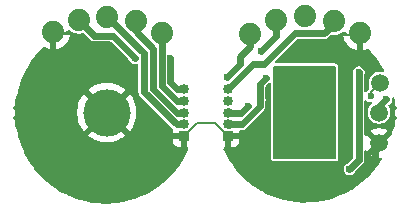
<source format=gbr>
%TF.GenerationSoftware,KiCad,Pcbnew,9.0.4*%
%TF.CreationDate,2025-12-16T21:44:14-08:00*%
%TF.ProjectId,Droplet,44726f70-6c65-4742-9e6b-696361645f70,rev?*%
%TF.SameCoordinates,Original*%
%TF.FileFunction,Copper,L2,Bot*%
%TF.FilePolarity,Positive*%
%FSLAX46Y46*%
G04 Gerber Fmt 4.6, Leading zero omitted, Abs format (unit mm)*
G04 Created by KiCad (PCBNEW 9.0.4) date 2025-12-16 21:44:14*
%MOMM*%
%LPD*%
G01*
G04 APERTURE LIST*
%TA.AperFunction,Conductor*%
%ADD10C,0.200000*%
%TD*%
%TA.AperFunction,SMDPad,CuDef*%
%ADD11C,4.000000*%
%TD*%
%TA.AperFunction,ComponentPad*%
%ADD12R,0.850000X0.850000*%
%TD*%
%TA.AperFunction,ComponentPad*%
%ADD13C,0.850000*%
%TD*%
%TA.AperFunction,CastellatedPad*%
%ADD14C,1.879600*%
%TD*%
%TA.AperFunction,SMDPad,CuDef*%
%ADD15C,1.500000*%
%TD*%
%TA.AperFunction,ViaPad*%
%ADD16C,0.600000*%
%TD*%
%TA.AperFunction,Conductor*%
%ADD17C,0.558800*%
%TD*%
%TA.AperFunction,Conductor*%
%ADD18C,0.152400*%
%TD*%
G04 APERTURE END LIST*
%TO.N,GND*%
D10*
X115750000Y-30550000D02*
X120850000Y-30550000D01*
X120850000Y-38250000D01*
X115750000Y-38250000D01*
X115750000Y-30550000D01*
%TA.AperFunction,Conductor*%
G36*
X115750000Y-30550000D02*
G01*
X120850000Y-30550000D01*
X120850000Y-38250000D01*
X115750000Y-38250000D01*
X115750000Y-30550000D01*
G37*
%TD.AperFunction*%
%TD*%
D11*
%TO.P,TP2,1,1*%
%TO.N,GND*%
X118300000Y-34400000D03*
%TD*%
D12*
%TO.P,J2,1,Pin_1*%
%TO.N,VBATT*%
X111832825Y-36417001D03*
D13*
%TO.P,J2,2,Pin_2*%
%TO.N,/PA6*%
X111832825Y-35417001D03*
%TO.P,J2,3,Pin_3*%
%TO.N,/PA7*%
X111832825Y-34417001D03*
%TO.P,J2,4,Pin_4*%
%TO.N,/PA1*%
X111832825Y-33417001D03*
%TO.P,J2,5,Pin_5*%
%TO.N,/PA2*%
X111832825Y-32417001D03*
%TD*%
D14*
%TO.P,J8,1,Pin_1*%
%TO.N,/PA2*%
X99200000Y-26600000D03*
%TD*%
%TO.P,J10,1,Pin_1*%
%TO.N,/PA7*%
X104000000Y-26700000D03*
%TD*%
%TO.P,J12,1,Pin_1*%
%TO.N,VBATT*%
X97000000Y-27600000D03*
%TD*%
%TO.P,J11,1,Pin_1*%
%TO.N,/PA6*%
X101600000Y-26300000D03*
%TD*%
%TO.P,J4,1,Pin_1*%
%TO.N,/PA7*%
X115900000Y-26600000D03*
%TD*%
%TO.P,J5,1,Pin_1*%
%TO.N,/PA1*%
X113700000Y-27800000D03*
%TD*%
%TO.P,J6,1,Pin_1*%
%TO.N,/PA2*%
X120800000Y-26700000D03*
%TD*%
%TO.P,J7,1,Pin_1*%
%TO.N,VBATT*%
X123000000Y-27700000D03*
%TD*%
%TO.P,J9,1,Pin_1*%
%TO.N,/PA1*%
X106200000Y-27700000D03*
%TD*%
%TO.P,J3,1,Pin_1*%
%TO.N,/PA6*%
X118338600Y-26250000D03*
%TD*%
D12*
%TO.P,J1,1,Pin_1*%
%TO.N,VBATT*%
X108077000Y-36417000D03*
D13*
%TO.P,J1,2,Pin_2*%
%TO.N,/PA6*%
X108077000Y-35417000D03*
%TO.P,J1,3,Pin_3*%
%TO.N,/PA7*%
X108077000Y-34417000D03*
%TO.P,J1,4,Pin_4*%
%TO.N,/PA1*%
X108077000Y-33417000D03*
%TO.P,J1,5,Pin_5*%
%TO.N,/PA2*%
X108077000Y-32417000D03*
%TD*%
D11*
%TO.P,TP1,1,1*%
%TO.N,VBATT*%
X101549200Y-34417000D03*
%TD*%
D15*
%TO.P,TP4,1,1*%
%TO.N,GND*%
X124612400Y-34417000D03*
%TD*%
%TO.P,TP5,1,1*%
%TO.N,VBATT*%
X124612400Y-36982400D03*
%TD*%
%TO.P,TP3,1,1*%
%TO.N,/PA0*%
X124663200Y-31902400D03*
%TD*%
D16*
%TO.N,GND*%
X119300000Y-32000000D03*
X120600000Y-31252498D03*
X125200000Y-33300000D03*
%TO.N,VBATT*%
X117200000Y-38900000D03*
%TO.N,/PA2*%
X114900000Y-30300000D03*
%TO.N,/PA6*%
X114503200Y-33300000D03*
%TO.N,/PA7*%
X113477636Y-33877636D03*
X114600000Y-29200000D03*
%TO.N,/PA1*%
X111728840Y-31398789D03*
%TO.N,VBATT*%
X96977200Y-39776400D03*
X97790000Y-33401000D03*
X101854000Y-39370000D03*
X120400000Y-39600000D03*
X106984800Y-37998400D03*
X105968800Y-39776400D03*
X124293215Y-38654003D03*
X97790000Y-36195000D03*
X99263200Y-31191200D03*
X120532324Y-29639998D03*
X94996000Y-34290000D03*
X99263200Y-37744400D03*
X98500000Y-28900000D03*
%TO.N,GND*%
X122881825Y-31013400D03*
X122100000Y-39200000D03*
%TO.N,/PA6*%
X115000000Y-31500000D03*
%TO.N,/PA2*%
X106929400Y-29800000D03*
X103970600Y-29815764D03*
%TO.N,/PA0*%
X123901200Y-33020000D03*
%TD*%
D10*
%TO.N,GND*%
X119903768Y-34400000D02*
X119910384Y-34406616D01*
X118300000Y-34400000D02*
X119903768Y-34400000D01*
D17*
%TO.N,VBATT*%
X120532324Y-29639998D02*
X120560002Y-29639998D01*
X122361600Y-27838400D02*
X123164600Y-27838400D01*
%TO.N,GND*%
X124612400Y-33887600D02*
X125200000Y-33300000D01*
X124612400Y-34417000D02*
X124612400Y-33887600D01*
%TO.N,/PA2*%
X114900000Y-30300000D02*
X113949826Y-30300000D01*
X113949826Y-30300000D02*
X111832825Y-32417001D01*
X120751600Y-26873200D02*
X119924800Y-27700000D01*
X119924800Y-27700000D02*
X117500000Y-27700000D01*
X117500000Y-27700000D02*
X114900000Y-30300000D01*
%TO.N,/PA6*%
X114503200Y-33883600D02*
X114503200Y-33300000D01*
%TO.N,/PA7*%
X113477636Y-33877636D02*
X112938271Y-34417001D01*
X112938271Y-34417001D02*
X111832825Y-34417001D01*
X111832825Y-34417000D02*
X111832825Y-34272401D01*
X115900000Y-26600000D02*
X115900000Y-27900000D01*
X115900000Y-27900000D02*
X114600000Y-29200000D01*
%TO.N,/PA1*%
X111728840Y-31398789D02*
X112800000Y-30327629D01*
X112800000Y-30327629D02*
X112800000Y-29700000D01*
X113700000Y-28800000D02*
X113700000Y-27800000D01*
X112800000Y-29700000D02*
X113700000Y-28800000D01*
%TO.N,VBATT*%
X120400000Y-39600000D02*
X120730400Y-39930400D01*
X124293215Y-37301585D02*
X124612400Y-36982400D01*
X124293215Y-38654003D02*
X124293215Y-37301585D01*
D18*
X109188000Y-35306000D02*
X110721824Y-35306000D01*
X111832825Y-36417001D02*
X110721824Y-35306000D01*
X108077000Y-36417000D02*
X109188000Y-35306000D01*
D17*
X120730400Y-39930400D02*
X122402542Y-39930400D01*
%TO.N,GND*%
X122881825Y-38418175D02*
X122100000Y-39200000D01*
X122881825Y-31013400D02*
X122881824Y-31013401D01*
X122881825Y-36942499D02*
X122881825Y-38418175D01*
X122881824Y-31013401D02*
X122881825Y-36942499D01*
X124587000Y-34391600D02*
X124612400Y-34417000D01*
%TO.N,/PA1*%
X107475960Y-33417000D02*
X108077000Y-33417000D01*
X106200000Y-32141040D02*
X107475960Y-33417000D01*
X106200000Y-27700000D02*
X106200000Y-32141040D01*
%TO.N,/PA7*%
X104000000Y-26700000D02*
X104000000Y-27509800D01*
X108077000Y-34417000D02*
X107472152Y-34417000D01*
X104000000Y-27509800D02*
X105490200Y-29000000D01*
X107472152Y-34417000D02*
X105490200Y-32435048D01*
X105490200Y-32435048D02*
X105490200Y-29000000D01*
%TO.N,/PA6*%
X104700000Y-29400000D02*
X104700000Y-32648656D01*
X112969799Y-35417001D02*
X114503200Y-33883600D01*
X104700000Y-32648656D02*
X107468344Y-35417000D01*
X111832825Y-35417001D02*
X112969799Y-35417001D01*
X107468344Y-35417000D02*
X108077000Y-35417000D01*
X111856733Y-35440909D02*
X111832825Y-35417001D01*
X101600000Y-26300000D02*
X104700000Y-29400000D01*
%TO.N,/PA2*%
X106929400Y-29970600D02*
X106909800Y-29990200D01*
X103800000Y-29645164D02*
X103800000Y-29600000D01*
X102100000Y-27900000D02*
X100500000Y-27900000D01*
X106909800Y-31847032D02*
X107479768Y-32417000D01*
X100500000Y-27900000D02*
X99200000Y-26600000D01*
X103800000Y-29600000D02*
X102100000Y-27900000D01*
X106929400Y-29800000D02*
X106929400Y-29970600D01*
X103970600Y-29815764D02*
X103800000Y-29645164D01*
X107479768Y-32417000D02*
X108077000Y-32417000D01*
X106909800Y-29990200D02*
X106909800Y-31847032D01*
D10*
%TO.N,/PA0*%
X123901200Y-33020000D02*
X123901200Y-32664400D01*
X123901200Y-32664400D02*
X124663200Y-31902400D01*
D17*
%TO.N,/PA6*%
X114503200Y-33300000D02*
X114503200Y-31996800D01*
X114503200Y-31996800D02*
X115000000Y-31500000D01*
%TD*%
%TA.AperFunction,Conductor*%
%TO.N,VBATT*%
G36*
X98427911Y-27440539D02*
G01*
X98457144Y-27469772D01*
X98602353Y-27575272D01*
X98762277Y-27656757D01*
X98762279Y-27656757D01*
X98762280Y-27656758D01*
X98762283Y-27656760D01*
X98932973Y-27712221D01*
X98932977Y-27712222D01*
X99110253Y-27740300D01*
X99110256Y-27740300D01*
X99289747Y-27740300D01*
X99467016Y-27712223D01*
X99467017Y-27712222D01*
X99467021Y-27712222D01*
X99535004Y-27690131D01*
X99596188Y-27690131D01*
X99635601Y-27714282D01*
X100205335Y-28284016D01*
X100205337Y-28284017D01*
X100205338Y-28284018D01*
X100205339Y-28284019D01*
X100314761Y-28347194D01*
X100314759Y-28347194D01*
X100314763Y-28347195D01*
X100314765Y-28347196D01*
X100436820Y-28379900D01*
X100563181Y-28379900D01*
X101860210Y-28379900D01*
X101918401Y-28398807D01*
X101930214Y-28408896D01*
X103345074Y-29823756D01*
X103360804Y-29844256D01*
X103373296Y-29865892D01*
X103415985Y-29939832D01*
X103521086Y-30044931D01*
X103536819Y-30065434D01*
X103570100Y-30123078D01*
X103663286Y-30216264D01*
X103663288Y-30216265D01*
X103663290Y-30216267D01*
X103777410Y-30282154D01*
X103777408Y-30282154D01*
X103777412Y-30282155D01*
X103777414Y-30282156D01*
X103904708Y-30316264D01*
X103904710Y-30316264D01*
X104036491Y-30316264D01*
X104036492Y-30316264D01*
X104095477Y-30300459D01*
X104156578Y-30303660D01*
X104204128Y-30342165D01*
X104220100Y-30396085D01*
X104220100Y-32585475D01*
X104220100Y-32711837D01*
X104247939Y-32815733D01*
X104252805Y-32833893D01*
X104252805Y-32833894D01*
X104315631Y-32942711D01*
X104315984Y-32943322D01*
X107140277Y-35767614D01*
X107168053Y-35822129D01*
X107163031Y-35872211D01*
X107158402Y-35884622D01*
X107152000Y-35944175D01*
X107152000Y-36166999D01*
X107152001Y-36167000D01*
X107978000Y-36167000D01*
X108005612Y-36175971D01*
X107935386Y-36205060D01*
X107865060Y-36275386D01*
X107827000Y-36367272D01*
X107827000Y-36466728D01*
X107865060Y-36558614D01*
X107935386Y-36628940D01*
X108027272Y-36667000D01*
X108126728Y-36667000D01*
X108218614Y-36628940D01*
X108288940Y-36558614D01*
X108320313Y-36482871D01*
X108322155Y-36485407D01*
X108327000Y-36516000D01*
X108327000Y-37341999D01*
X108327001Y-37342000D01*
X108360182Y-37342000D01*
X108382232Y-37349164D01*
X108405128Y-37352791D01*
X108410775Y-37358438D01*
X108418373Y-37360907D01*
X108432001Y-37379665D01*
X108448392Y-37396056D01*
X108449641Y-37403943D01*
X108454337Y-37410407D01*
X108457963Y-37456488D01*
X108443621Y-37547034D01*
X108435563Y-37573388D01*
X108260351Y-37949100D01*
X108257231Y-37955226D01*
X108003479Y-38413363D01*
X107999942Y-38419257D01*
X107715002Y-38858690D01*
X107711064Y-38864324D01*
X107396323Y-39282916D01*
X107392003Y-39288264D01*
X107048974Y-39684002D01*
X107044294Y-39689037D01*
X106674619Y-40060026D01*
X106669600Y-40064724D01*
X106275091Y-40409149D01*
X106269759Y-40413488D01*
X105852276Y-40729721D01*
X105846655Y-40733679D01*
X105408246Y-41020170D01*
X105402365Y-41023728D01*
X104945130Y-41279106D01*
X104939015Y-41282248D01*
X104465165Y-41505277D01*
X104458848Y-41507987D01*
X103970651Y-41697600D01*
X103964160Y-41699865D01*
X103463989Y-41855140D01*
X103457357Y-41856949D01*
X102947608Y-41977142D01*
X102940866Y-41978486D01*
X102424015Y-42063012D01*
X102417197Y-42063885D01*
X101895726Y-42112340D01*
X101888863Y-42112738D01*
X101365288Y-42124889D01*
X101358414Y-42124810D01*
X100835252Y-42100596D01*
X100828400Y-42100040D01*
X100308182Y-42039580D01*
X100301385Y-42038550D01*
X99786610Y-41942134D01*
X99779901Y-41940634D01*
X99273071Y-41808729D01*
X99266483Y-41806768D01*
X99018251Y-41723388D01*
X98770011Y-41640005D01*
X98763591Y-41637597D01*
X98444872Y-41505277D01*
X98279896Y-41436785D01*
X98273643Y-41433931D01*
X97805049Y-41200036D01*
X97799008Y-41196754D01*
X97347778Y-40930906D01*
X97341980Y-40927213D01*
X96910284Y-40630691D01*
X96904756Y-40626604D01*
X96494688Y-40300846D01*
X96489457Y-40296386D01*
X96102972Y-39942946D01*
X96098064Y-39938134D01*
X95737050Y-39558738D01*
X95732487Y-39553596D01*
X95398660Y-39150047D01*
X95394473Y-39144613D01*
X95089451Y-38718866D01*
X95085645Y-38713143D01*
X94810917Y-38267274D01*
X94807516Y-38261300D01*
X94564385Y-37797430D01*
X94561407Y-37791234D01*
X94508900Y-37671513D01*
X94351046Y-37311592D01*
X94348518Y-37305235D01*
X94171953Y-36812165D01*
X94169864Y-36805624D01*
X94130839Y-36667000D01*
X94074460Y-36466728D01*
X94045004Y-36362094D01*
X94043722Y-36352811D01*
X99966942Y-36352811D01*
X100100241Y-36459114D01*
X100337998Y-36608507D01*
X100590982Y-36730337D01*
X100590985Y-36730338D01*
X100856017Y-36823077D01*
X101129776Y-36885561D01*
X101408801Y-36916999D01*
X101408804Y-36917000D01*
X101689596Y-36917000D01*
X101689598Y-36916999D01*
X101930787Y-36889824D01*
X107151999Y-36889824D01*
X107158401Y-36949370D01*
X107158403Y-36949381D01*
X107208646Y-37084088D01*
X107208647Y-37084090D01*
X107294807Y-37199184D01*
X107294815Y-37199192D01*
X107409909Y-37285352D01*
X107409911Y-37285353D01*
X107544618Y-37335596D01*
X107544629Y-37335598D01*
X107604176Y-37342000D01*
X107826999Y-37342000D01*
X107827000Y-37341999D01*
X107827000Y-36667001D01*
X107826999Y-36667000D01*
X107152001Y-36667000D01*
X107152000Y-36667001D01*
X107152000Y-36889824D01*
X107151999Y-36889824D01*
X101930787Y-36889824D01*
X101968623Y-36885561D01*
X102242382Y-36823077D01*
X102507414Y-36730338D01*
X102507417Y-36730337D01*
X102760401Y-36608507D01*
X102865981Y-36542167D01*
X102998158Y-36459114D01*
X103131456Y-36352811D01*
X101549199Y-34770554D01*
X99966942Y-36352811D01*
X94043722Y-36352811D01*
X94041300Y-36335267D01*
X94041300Y-36309678D01*
X94010755Y-36097239D01*
X94010755Y-36097236D01*
X93965813Y-35944175D01*
X93950287Y-35891297D01*
X93861131Y-35696069D01*
X93861127Y-35696060D01*
X93766527Y-35548856D01*
X93750975Y-35489684D01*
X93756248Y-35466644D01*
X93755537Y-35466454D01*
X93757216Y-35460187D01*
X93757217Y-35460186D01*
X93791325Y-35332892D01*
X93791325Y-35201108D01*
X93757217Y-35073814D01*
X93757215Y-35073811D01*
X93757215Y-35073809D01*
X93691328Y-34959690D01*
X93691326Y-34959688D01*
X93691325Y-34959686D01*
X93643640Y-34912001D01*
X93615865Y-34857487D01*
X93625436Y-34797055D01*
X93643639Y-34771999D01*
X93691325Y-34724314D01*
X93691328Y-34724309D01*
X93757215Y-34610190D01*
X93757215Y-34610188D01*
X93757217Y-34610186D01*
X93791325Y-34482892D01*
X93791325Y-34351108D01*
X93771361Y-34276601D01*
X99049200Y-34276601D01*
X99049200Y-34557398D01*
X99080638Y-34836423D01*
X99143122Y-35110182D01*
X99235861Y-35375214D01*
X99235862Y-35375217D01*
X99357692Y-35628201D01*
X99507085Y-35865958D01*
X99613387Y-35999256D01*
X101195644Y-34416999D01*
X101902754Y-34416999D01*
X103485011Y-35999256D01*
X103591314Y-35865958D01*
X103740707Y-35628201D01*
X103862537Y-35375217D01*
X103862538Y-35375214D01*
X103955277Y-35110182D01*
X104017761Y-34836423D01*
X104049199Y-34557398D01*
X104049200Y-34557396D01*
X104049200Y-34276603D01*
X104049199Y-34276601D01*
X104017761Y-33997576D01*
X103955277Y-33723817D01*
X103862538Y-33458785D01*
X103862537Y-33458782D01*
X103740707Y-33205798D01*
X103591314Y-32968041D01*
X103485011Y-32834742D01*
X101902754Y-34416999D01*
X101195644Y-34416999D01*
X99613387Y-32834742D01*
X99507089Y-32968035D01*
X99507087Y-32968038D01*
X99357692Y-33205798D01*
X99235862Y-33458782D01*
X99235861Y-33458785D01*
X99143122Y-33723817D01*
X99080638Y-33997576D01*
X99049200Y-34276601D01*
X93771361Y-34276601D01*
X93757217Y-34223814D01*
X93713878Y-34148748D01*
X93691328Y-34109690D01*
X93691326Y-34109688D01*
X93691325Y-34109686D01*
X93643640Y-34062001D01*
X93615865Y-34007487D01*
X93625436Y-33947055D01*
X93643639Y-33921999D01*
X93691325Y-33874314D01*
X93725147Y-33815733D01*
X93757215Y-33760190D01*
X93757215Y-33760188D01*
X93757217Y-33760186D01*
X93791325Y-33632892D01*
X93791325Y-33501108D01*
X93757217Y-33373814D01*
X93757216Y-33373812D01*
X93755537Y-33367546D01*
X93757608Y-33366990D01*
X93753559Y-33315587D01*
X93766538Y-33285172D01*
X93861149Y-33137952D01*
X93950311Y-32942711D01*
X94010780Y-32736769D01*
X94030523Y-32599452D01*
X94041325Y-32524323D01*
X94041325Y-32500736D01*
X94044093Y-32481187D01*
X99966942Y-32481187D01*
X101549199Y-34063444D01*
X103131456Y-32481187D01*
X102998158Y-32374885D01*
X102760401Y-32225492D01*
X102507417Y-32103662D01*
X102507414Y-32103661D01*
X102242382Y-32010922D01*
X101968623Y-31948438D01*
X101689598Y-31917000D01*
X101408801Y-31917000D01*
X101129776Y-31948438D01*
X100856017Y-32010922D01*
X100590985Y-32103661D01*
X100590982Y-32103662D01*
X100337998Y-32225492D01*
X100100238Y-32374887D01*
X100100235Y-32374889D01*
X99966942Y-32481187D01*
X94044093Y-32481187D01*
X94045216Y-32473254D01*
X94091950Y-32311517D01*
X94176402Y-32019244D01*
X94178593Y-32012563D01*
X94364021Y-31508306D01*
X94366668Y-31501829D01*
X94587448Y-31012009D01*
X94590545Y-31005742D01*
X94845564Y-30532835D01*
X94849118Y-30526773D01*
X94929670Y-30399890D01*
X95137070Y-30073197D01*
X95141045Y-30067403D01*
X95142501Y-30065434D01*
X95460489Y-29635422D01*
X95464843Y-29629951D01*
X95814170Y-29221745D01*
X95818911Y-29216587D01*
X96163722Y-28867279D01*
X96218057Y-28839150D01*
X96278550Y-28848330D01*
X96279122Y-28848619D01*
X96447308Y-28934314D01*
X96662849Y-29004348D01*
X96749999Y-29018150D01*
X96750000Y-29018149D01*
X96750000Y-28413542D01*
X96768907Y-28355351D01*
X96789110Y-28334712D01*
X97038358Y-28145351D01*
X97044048Y-28141339D01*
X97096863Y-28106841D01*
X97155921Y-28090850D01*
X97213100Y-28112627D01*
X97246559Y-28163853D01*
X97250000Y-28189728D01*
X97250000Y-29018150D01*
X97337150Y-29004348D01*
X97552691Y-28934314D01*
X97754617Y-28831428D01*
X97937965Y-28698218D01*
X98098218Y-28537965D01*
X98231428Y-28354617D01*
X98334314Y-28152691D01*
X98404348Y-27937149D01*
X98418151Y-27850000D01*
X97870631Y-27850000D01*
X97864760Y-27848092D01*
X97858701Y-27849279D01*
X97836119Y-27838786D01*
X97812440Y-27831093D01*
X97808810Y-27826098D01*
X97803213Y-27823497D01*
X97791113Y-27801739D01*
X97776476Y-27781593D01*
X97776476Y-27775418D01*
X97773476Y-27770024D01*
X97776476Y-27745309D01*
X97776476Y-27720407D01*
X97780105Y-27715411D01*
X97780849Y-27709284D01*
X97797802Y-27691053D01*
X97812440Y-27670907D01*
X97822516Y-27664479D01*
X97969439Y-27582774D01*
X97975683Y-27579586D01*
X98316063Y-27420824D01*
X98376791Y-27413362D01*
X98427911Y-27440539D01*
G37*
%TD.AperFunction*%
%TD*%
%TA.AperFunction,Conductor*%
%TO.N,VBATT*%
G36*
X121643488Y-27559798D02*
G01*
X121797201Y-27631650D01*
X121803416Y-27634829D01*
X122036169Y-27764519D01*
X122077798Y-27809359D01*
X122085120Y-27870105D01*
X122055338Y-27923553D01*
X121999829Y-27949289D01*
X121987981Y-27950000D01*
X121581849Y-27950000D01*
X121595651Y-28037149D01*
X121665685Y-28252691D01*
X121768571Y-28454617D01*
X121901781Y-28637965D01*
X122062034Y-28798218D01*
X122245382Y-28931428D01*
X122447308Y-29034314D01*
X122662849Y-29104348D01*
X122749999Y-29118150D01*
X122750000Y-29118149D01*
X122750000Y-28411724D01*
X122768907Y-28353533D01*
X122818407Y-28317569D01*
X122879593Y-28317569D01*
X122908952Y-28332941D01*
X122993975Y-28397647D01*
X123146285Y-28513561D01*
X123151711Y-28518003D01*
X123216401Y-28574926D01*
X123247595Y-28627557D01*
X123250000Y-28649246D01*
X123250000Y-29118150D01*
X123337150Y-29104348D01*
X123552688Y-29034315D01*
X123595396Y-29012554D01*
X123655828Y-29002982D01*
X123710345Y-29030758D01*
X123710856Y-29031272D01*
X123928404Y-29252020D01*
X123933146Y-29257188D01*
X124146835Y-29507309D01*
X124278165Y-29661030D01*
X124282542Y-29666539D01*
X124597994Y-30093851D01*
X124601962Y-30099646D01*
X124886269Y-30548287D01*
X124889822Y-30554360D01*
X125045809Y-30844185D01*
X125056738Y-30904386D01*
X125030194Y-30959514D01*
X124976317Y-30988512D01*
X124939319Y-30988202D01*
X124866986Y-30973814D01*
X124756818Y-30951900D01*
X124756816Y-30951900D01*
X124569584Y-30951900D01*
X124569581Y-30951900D01*
X124385950Y-30988426D01*
X124212970Y-31060077D01*
X124212961Y-31060081D01*
X124057292Y-31164098D01*
X124057288Y-31164101D01*
X123924901Y-31296488D01*
X123924898Y-31296492D01*
X123820881Y-31452161D01*
X123820877Y-31452170D01*
X123749226Y-31625150D01*
X123712700Y-31808781D01*
X123712700Y-31808784D01*
X123712700Y-31996016D01*
X123748977Y-32178396D01*
X123749227Y-32179650D01*
X123749227Y-32179652D01*
X123785932Y-32268267D01*
X123788041Y-32295074D01*
X123792249Y-32321638D01*
X123790415Y-32325237D01*
X123790732Y-32329264D01*
X123764472Y-32376155D01*
X123716689Y-32423939D01*
X123660739Y-32479889D01*
X123621180Y-32548407D01*
X123621177Y-32548413D01*
X123612013Y-32582615D01*
X123586391Y-32626994D01*
X123530728Y-32682658D01*
X123476212Y-32710436D01*
X123415780Y-32700865D01*
X123372515Y-32657601D01*
X123361724Y-32612655D01*
X123361724Y-31169210D01*
X123365097Y-31143587D01*
X123368687Y-31130190D01*
X123382325Y-31079292D01*
X123382325Y-30947508D01*
X123348217Y-30820214D01*
X123348215Y-30820211D01*
X123348215Y-30820209D01*
X123282328Y-30706090D01*
X123282326Y-30706088D01*
X123282325Y-30706086D01*
X123189139Y-30612900D01*
X123189136Y-30612898D01*
X123189134Y-30612896D01*
X123075014Y-30547009D01*
X123075016Y-30547009D01*
X123025624Y-30533775D01*
X122947717Y-30512900D01*
X122815933Y-30512900D01*
X122738025Y-30533775D01*
X122688634Y-30547009D01*
X122574515Y-30612896D01*
X122481321Y-30706090D01*
X122415434Y-30820209D01*
X122396364Y-30891378D01*
X122381325Y-30947508D01*
X122381325Y-31079292D01*
X122394963Y-31130190D01*
X122398551Y-31143580D01*
X122401924Y-31169203D01*
X122401925Y-36879319D01*
X122401925Y-38178384D01*
X122383018Y-38236575D01*
X122372929Y-38248388D01*
X121870827Y-38750489D01*
X121850325Y-38766221D01*
X121792687Y-38799499D01*
X121699496Y-38892690D01*
X121633609Y-39006809D01*
X121633608Y-39006814D01*
X121599500Y-39134108D01*
X121599500Y-39265892D01*
X121629579Y-39378151D01*
X121633609Y-39393190D01*
X121699496Y-39507309D01*
X121699498Y-39507311D01*
X121699500Y-39507314D01*
X121792686Y-39600500D01*
X121792688Y-39600501D01*
X121792690Y-39600503D01*
X121906810Y-39666390D01*
X121906808Y-39666390D01*
X121906812Y-39666391D01*
X121906814Y-39666392D01*
X122034108Y-39700500D01*
X122034110Y-39700500D01*
X122165890Y-39700500D01*
X122165892Y-39700500D01*
X122293186Y-39666392D01*
X122293188Y-39666390D01*
X122293190Y-39666390D01*
X122407309Y-39600503D01*
X122407309Y-39600502D01*
X122407314Y-39600500D01*
X122500500Y-39507314D01*
X122533779Y-39449671D01*
X122549505Y-39429175D01*
X123265841Y-38712840D01*
X123329021Y-38603410D01*
X123361725Y-38481355D01*
X123361725Y-38354994D01*
X123361725Y-37692261D01*
X123380632Y-37634070D01*
X123430132Y-37598106D01*
X123491318Y-37598106D01*
X123540818Y-37634070D01*
X123541248Y-37634714D01*
X123568719Y-37672525D01*
X124258845Y-36982399D01*
X123568719Y-36292273D01*
X123541018Y-36330404D01*
X123539370Y-36329207D01*
X123498563Y-36364024D01*
X123437564Y-36368794D01*
X123385411Y-36336798D01*
X123362025Y-36280259D01*
X123361724Y-36272541D01*
X123361724Y-35938719D01*
X123922273Y-35938719D01*
X124612399Y-36628845D01*
X125302525Y-35938719D01*
X125267548Y-35913307D01*
X125092229Y-35823978D01*
X125092226Y-35823976D01*
X124905114Y-35763179D01*
X124905110Y-35763178D01*
X124710780Y-35732400D01*
X124514020Y-35732400D01*
X124319689Y-35763178D01*
X124319685Y-35763179D01*
X124132573Y-35823976D01*
X124132570Y-35823978D01*
X123957256Y-35913304D01*
X123922273Y-35938719D01*
X123361724Y-35938719D01*
X123361724Y-33427345D01*
X123380631Y-33369154D01*
X123430131Y-33333190D01*
X123491317Y-33333190D01*
X123530725Y-33357339D01*
X123593886Y-33420500D01*
X123593888Y-33420501D01*
X123593890Y-33420503D01*
X123708010Y-33486390D01*
X123708008Y-33486390D01*
X123708012Y-33486391D01*
X123708014Y-33486392D01*
X123835308Y-33520500D01*
X123835310Y-33520500D01*
X123925682Y-33520500D01*
X123983873Y-33539407D01*
X124019837Y-33588907D01*
X124019837Y-33650093D01*
X123995686Y-33689504D01*
X123874101Y-33811088D01*
X123874098Y-33811092D01*
X123770081Y-33966761D01*
X123770077Y-33966770D01*
X123698426Y-34139750D01*
X123661900Y-34323381D01*
X123661900Y-34510618D01*
X123698426Y-34694249D01*
X123770077Y-34867229D01*
X123770081Y-34867238D01*
X123831854Y-34959686D01*
X123874098Y-35022908D01*
X124006492Y-35155302D01*
X124072863Y-35199649D01*
X124162161Y-35259318D01*
X124162167Y-35259320D01*
X124162169Y-35259322D01*
X124335149Y-35330973D01*
X124518784Y-35367500D01*
X124518785Y-35367500D01*
X124706015Y-35367500D01*
X124706016Y-35367500D01*
X124889651Y-35330973D01*
X125062631Y-35259322D01*
X125062634Y-35259319D01*
X125062638Y-35259318D01*
X125107587Y-35229282D01*
X125218308Y-35155302D01*
X125350702Y-35022908D01*
X125443924Y-34883392D01*
X125454718Y-34867238D01*
X125454719Y-34867234D01*
X125454722Y-34867231D01*
X125526373Y-34694251D01*
X125562900Y-34510616D01*
X125562900Y-34323384D01*
X125526373Y-34139749D01*
X125454722Y-33966769D01*
X125454720Y-33966766D01*
X125454718Y-33966762D01*
X125402604Y-33888769D01*
X125400968Y-33882971D01*
X125396709Y-33878712D01*
X125392792Y-33853980D01*
X125385995Y-33829881D01*
X125388080Y-33824228D01*
X125387138Y-33818280D01*
X125398505Y-33795970D01*
X125407172Y-33772477D01*
X125414896Y-33763783D01*
X125429176Y-33749504D01*
X125449666Y-33733782D01*
X125507314Y-33700500D01*
X125600500Y-33607314D01*
X125611127Y-33588907D01*
X125666390Y-33493190D01*
X125666390Y-33493188D01*
X125666392Y-33493186D01*
X125700500Y-33365892D01*
X125700500Y-33234108D01*
X125700498Y-33234103D01*
X125700336Y-33232868D01*
X125700500Y-33231982D01*
X125700500Y-33227619D01*
X125701309Y-33227619D01*
X125702071Y-33223502D01*
X125699650Y-33214291D01*
X125707527Y-33194056D01*
X125711484Y-33172707D01*
X125718392Y-33166150D01*
X125721848Y-33157275D01*
X125740115Y-33145534D01*
X125755865Y-33130588D01*
X125765307Y-33129344D01*
X125773320Y-33124195D01*
X125794998Y-33125434D01*
X125816527Y-33122599D01*
X125824897Y-33127143D01*
X125834406Y-33127687D01*
X125851215Y-33141432D01*
X125870298Y-33151792D01*
X125881771Y-33166416D01*
X125885815Y-33172707D01*
X125958101Y-33285184D01*
X125973656Y-33344359D01*
X125968398Y-33367355D01*
X125969113Y-33367547D01*
X125967434Y-33373811D01*
X125967433Y-33373814D01*
X125933325Y-33501108D01*
X125933325Y-33632892D01*
X125957819Y-33724304D01*
X125967434Y-33760190D01*
X126033321Y-33874309D01*
X126033323Y-33874311D01*
X126033325Y-33874314D01*
X126081009Y-33921998D01*
X126108785Y-33976513D01*
X126099214Y-34036945D01*
X126081010Y-34062000D01*
X126033325Y-34109686D01*
X126033322Y-34109689D01*
X126033321Y-34109690D01*
X125967434Y-34223809D01*
X125948364Y-34294978D01*
X125933325Y-34351108D01*
X125933325Y-34482892D01*
X125940753Y-34510614D01*
X125967434Y-34610190D01*
X126033321Y-34724309D01*
X126033323Y-34724311D01*
X126033325Y-34724314D01*
X126081009Y-34771998D01*
X126108785Y-34826513D01*
X126099214Y-34886945D01*
X126081010Y-34912000D01*
X126055910Y-34937101D01*
X126033322Y-34959689D01*
X126033321Y-34959690D01*
X125967434Y-35073809D01*
X125954866Y-35120715D01*
X125933325Y-35201108D01*
X125933325Y-35332892D01*
X125967433Y-35460186D01*
X125967433Y-35460187D01*
X125969113Y-35466454D01*
X125967050Y-35467006D01*
X125971087Y-35518452D01*
X125958112Y-35548843D01*
X125863508Y-35696047D01*
X125863504Y-35696054D01*
X125774343Y-35891286D01*
X125713870Y-36097233D01*
X125695512Y-36224914D01*
X125668516Y-36279821D01*
X125667524Y-36280827D01*
X124789178Y-37159176D01*
X124789177Y-37159177D01*
X123922273Y-38026078D01*
X123957260Y-38051497D01*
X124132570Y-38140821D01*
X124132573Y-38140823D01*
X124319685Y-38201620D01*
X124319689Y-38201621D01*
X124514020Y-38232400D01*
X124710778Y-38232400D01*
X124727002Y-38229830D01*
X124787434Y-38239401D01*
X124830700Y-38282664D01*
X124840272Y-38343096D01*
X124826114Y-38380604D01*
X124601946Y-38734344D01*
X124597971Y-38740149D01*
X124282520Y-39167458D01*
X124278143Y-39172967D01*
X123933130Y-39576801D01*
X123928390Y-39581965D01*
X123746234Y-39766801D01*
X123555567Y-39960274D01*
X123550453Y-39965106D01*
X123151717Y-40315966D01*
X123146273Y-40320424D01*
X122723605Y-40642090D01*
X122717858Y-40646149D01*
X122273431Y-40936968D01*
X122267411Y-40940609D01*
X121803431Y-41199141D01*
X121797166Y-41202345D01*
X121316011Y-41427260D01*
X121309535Y-41430011D01*
X120813628Y-41620180D01*
X120806973Y-41622465D01*
X120298779Y-41776942D01*
X120291979Y-41778747D01*
X119774137Y-41896728D01*
X119767226Y-41898047D01*
X119242279Y-41978956D01*
X119235291Y-41979780D01*
X118705927Y-42023198D01*
X118698899Y-42023523D01*
X118167813Y-42029234D01*
X118160778Y-42029060D01*
X117630597Y-41997032D01*
X117623594Y-41996358D01*
X117097054Y-41926759D01*
X117090115Y-41925590D01*
X116569830Y-41818763D01*
X116562993Y-41817104D01*
X116051611Y-41673594D01*
X116044908Y-41671453D01*
X115545018Y-41491986D01*
X115538485Y-41489375D01*
X115052599Y-41274854D01*
X115046267Y-41271785D01*
X114705454Y-41091375D01*
X114576830Y-41023287D01*
X114570765Y-41019795D01*
X114120161Y-40738581D01*
X114114332Y-40734648D01*
X113684862Y-40422155D01*
X113679323Y-40417816D01*
X113487297Y-40256039D01*
X113273125Y-40075603D01*
X113267924Y-40070896D01*
X112887028Y-39700666D01*
X112882185Y-39695611D01*
X112528561Y-39299279D01*
X112524077Y-39293878D01*
X112199509Y-38873446D01*
X112195410Y-38867727D01*
X111901532Y-38425317D01*
X111897849Y-38419322D01*
X111824369Y-38289562D01*
X111636121Y-37957129D01*
X111632877Y-37950893D01*
X111451841Y-37570468D01*
X111443455Y-37543417D01*
X111429687Y-37456488D01*
X111439258Y-37396056D01*
X111482523Y-37352791D01*
X111527468Y-37342001D01*
X111582824Y-37342001D01*
X111582825Y-37342000D01*
X111582825Y-36667002D01*
X112082825Y-36667002D01*
X112082825Y-37342000D01*
X112082826Y-37342001D01*
X112305649Y-37342001D01*
X112365195Y-37335599D01*
X112365206Y-37335597D01*
X112499913Y-37285354D01*
X112499915Y-37285353D01*
X112615009Y-37199193D01*
X112615017Y-37199185D01*
X112701177Y-37084091D01*
X112701178Y-37084089D01*
X112751421Y-36949382D01*
X112751423Y-36949371D01*
X112757825Y-36889825D01*
X112757825Y-36667002D01*
X112757824Y-36667001D01*
X112082826Y-36667001D01*
X112082825Y-36667002D01*
X111582825Y-36667002D01*
X111582825Y-36516001D01*
X111591796Y-36488388D01*
X111620885Y-36558615D01*
X111691211Y-36628941D01*
X111783097Y-36667001D01*
X111882553Y-36667001D01*
X111974439Y-36628941D01*
X112044765Y-36558615D01*
X112082825Y-36466729D01*
X112082825Y-36367273D01*
X112044765Y-36275387D01*
X111974439Y-36205061D01*
X111898696Y-36173687D01*
X111901232Y-36171846D01*
X111931825Y-36167001D01*
X112757824Y-36167001D01*
X112757825Y-36167000D01*
X112757825Y-35995901D01*
X112776732Y-35937710D01*
X112826232Y-35901746D01*
X112856825Y-35896901D01*
X113032978Y-35896901D01*
X113032980Y-35896901D01*
X113155034Y-35864197D01*
X113264465Y-35801017D01*
X114887215Y-34178266D01*
X114890659Y-34172302D01*
X114950396Y-34068834D01*
X114982074Y-33950609D01*
X114982076Y-33950609D01*
X114982076Y-33950599D01*
X114983100Y-33946781D01*
X114983100Y-33820420D01*
X114983100Y-33455806D01*
X114986473Y-33430183D01*
X115003700Y-33365892D01*
X115003700Y-33234108D01*
X114986473Y-33169814D01*
X114983100Y-33144192D01*
X114983100Y-32236587D01*
X115002007Y-32178396D01*
X115012090Y-32166590D01*
X115229171Y-31949508D01*
X115249666Y-31933782D01*
X115301003Y-31904143D01*
X115360849Y-31891423D01*
X115416745Y-31916310D01*
X115447337Y-31969299D01*
X115449500Y-31989881D01*
X115449500Y-38289564D01*
X115469978Y-38365988D01*
X115469980Y-38365992D01*
X115504232Y-38425317D01*
X115509540Y-38434511D01*
X115565489Y-38490460D01*
X115565491Y-38490461D01*
X115634007Y-38530019D01*
X115634011Y-38530021D01*
X115710435Y-38550499D01*
X115710437Y-38550500D01*
X115710438Y-38550500D01*
X120889563Y-38550500D01*
X120889563Y-38550499D01*
X120965989Y-38530021D01*
X121034511Y-38490460D01*
X121090460Y-38434511D01*
X121130021Y-38365989D01*
X121150500Y-38289562D01*
X121150500Y-30510438D01*
X121130021Y-30434011D01*
X121090460Y-30365489D01*
X121034511Y-30309540D01*
X121034508Y-30309538D01*
X120965992Y-30269980D01*
X120965988Y-30269978D01*
X120889564Y-30249500D01*
X120889562Y-30249500D01*
X115868189Y-30249500D01*
X115809998Y-30230593D01*
X115774034Y-30181093D01*
X115774034Y-30119907D01*
X115798185Y-30080496D01*
X117669785Y-28208896D01*
X117724302Y-28181119D01*
X117739789Y-28179900D01*
X119987979Y-28179900D01*
X119987981Y-28179900D01*
X120110035Y-28147196D01*
X120219466Y-28084016D01*
X120461293Y-27842186D01*
X120515810Y-27814409D01*
X120546784Y-27814409D01*
X120710253Y-27840300D01*
X120710256Y-27840300D01*
X120889747Y-27840300D01*
X121067022Y-27812222D01*
X121067026Y-27812221D01*
X121237716Y-27756760D01*
X121237718Y-27756758D01*
X121237723Y-27756757D01*
X121397647Y-27675272D01*
X121542856Y-27569772D01*
X121542858Y-27569769D01*
X121543378Y-27569392D01*
X121601569Y-27550484D01*
X121643488Y-27559798D01*
G37*
%TD.AperFunction*%
%TD*%
M02*

</source>
